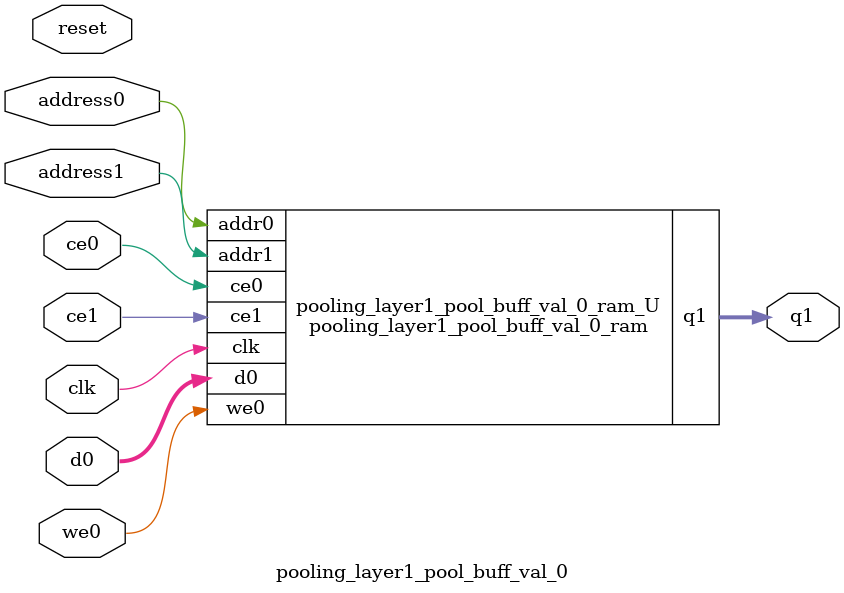
<source format=v>
`timescale 1 ns / 1 ps
module pooling_layer1_pool_buff_val_0_ram (addr0, ce0, d0, we0, addr1, ce1, q1,  clk);

parameter DWIDTH = 32;
parameter AWIDTH = 1;
parameter MEM_SIZE = 2;

input[AWIDTH-1:0] addr0;
input ce0;
input[DWIDTH-1:0] d0;
input we0;
input[AWIDTH-1:0] addr1;
input ce1;
output reg[DWIDTH-1:0] q1;
input clk;

reg [DWIDTH-1:0] ram[0:MEM_SIZE-1];




always @(posedge clk)  
begin 
    if (ce0) begin
        if (we0) 
            ram[addr0] <= d0; 
    end
end


always @(posedge clk)  
begin 
    if (ce1) begin
        q1 <= ram[addr1];
    end
end


endmodule

`timescale 1 ns / 1 ps
module pooling_layer1_pool_buff_val_0(
    reset,
    clk,
    address0,
    ce0,
    we0,
    d0,
    address1,
    ce1,
    q1);

parameter DataWidth = 32'd32;
parameter AddressRange = 32'd2;
parameter AddressWidth = 32'd1;
input reset;
input clk;
input[AddressWidth - 1:0] address0;
input ce0;
input we0;
input[DataWidth - 1:0] d0;
input[AddressWidth - 1:0] address1;
input ce1;
output[DataWidth - 1:0] q1;



pooling_layer1_pool_buff_val_0_ram pooling_layer1_pool_buff_val_0_ram_U(
    .clk( clk ),
    .addr0( address0 ),
    .ce0( ce0 ),
    .we0( we0 ),
    .d0( d0 ),
    .addr1( address1 ),
    .ce1( ce1 ),
    .q1( q1 ));

endmodule


</source>
